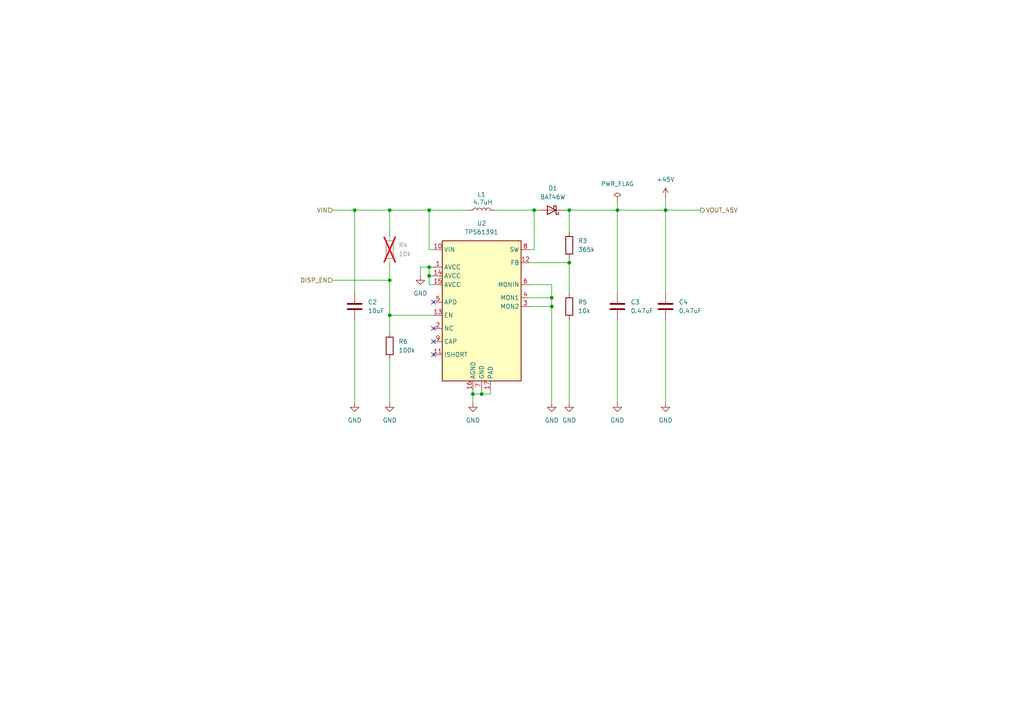
<source format=kicad_sch>
(kicad_sch (version 20231120) (generator "eeschema") (generator_version "8.0")
  (paper "A4")
  (lib_symbols
    (symbol "BoostBuck:TPS61391"
      (property "Reference" "U" (at -11.176 21.844 0))
      (property "Value" "TPS61391" (at 4.572 21.844 0))
      (symbol "TPS61391_0_1"
        (rectangle (start -11.43 20.32) (end 11.43 -20.32) (stroke (width 0.254)) (fill (type background)))
      )
      (symbol "TPS61391_1_1"
        (pin power_in line (at -13.97 12.7 0) (length 2.54) (name "AVCC") (number "1"))
        (pin power_in line (at -13.97 17.78 0) (length 2.54) (name "VIN") (number "10"))
        (pin input line (at -13.97 -12.7 0) (length 2.54) (name "ISHORT") (number "11"))
        (pin input line (at 13.97 13.97 180) (length 2.54) (name "FB") (number "12"))
        (pin input line (at -13.97 -1.27 0) (length 2.54) (name "EN") (number "13"))
        (pin power_in line (at -13.97 10.16 0) (length 2.54) (name "AVCC") (number "14"))
        (pin power_in line (at -13.97 7.62 0) (length 2.54) (name "AVCC") (number "15"))
        (pin power_in line (at -2.54 -22.86 90) (length 2.54) (name "AGND") (number "16"))
        (pin power_in line (at 2.54 -22.86 90) (length 2.54) (name "PAD") (number "17"))
        (pin free line (at -13.97 -5.08 0) (length 2.54) (name "NC") (number "2"))
        (pin input line (at 13.97 1.27 180) (length 2.54) (name "MON2") (number "3"))
        (pin input line (at 13.97 3.81 180) (length 2.54) (name "MON1") (number "4"))
        (pin input line (at -13.97 2.54 0) (length 2.54) (name "APD") (number "5"))
        (pin input line (at 13.97 7.62 180) (length 2.54) (name "MONIN") (number "6"))
        (pin power_in line (at 0 -22.86 90) (length 2.54) (name "GND") (number "7"))
        (pin input line (at 13.97 17.78 180) (length 2.54) (name "SW") (number "8"))
        (pin input line (at -13.97 -8.89 0) (length 2.54) (name "CAP") (number "9"))
      )
    )
    (symbol "Device:C" (pin_numbers hide) (pin_names (offset 0.254))
      (property "Reference" "C" (at 0.635 2.54 0))
      (property "Value" "C" (at 0.635 -2.54 0))
      (symbol "C_0_1"
        (polyline (pts (xy -2.032 -0.762) (xy 2.032 -0.762)) (stroke (width 0.508)))
        (polyline (pts (xy -2.032 0.762) (xy 2.032 0.762)) (stroke (width 0.508)))
      )
      (symbol "C_1_1"
        (pin passive line (at 0 3.81 270) (length 2.794) (name "~") (number "1"))
        (pin passive line (at 0 -3.81 90) (length 2.794) (name "~") (number "2"))
      )
    )
    (symbol "Device:D_Schottky" (pin_numbers hide) (pin_names (offset 1.016) hide)
      (property "Reference" "D" (at 0 2.54 0))
      (property "Value" "D_Schottky" (at 0 -2.54 0))
      (symbol "D_Schottky_0_1"
        (polyline (pts (xy 1.27 0) (xy -1.27 0)))
        (polyline (pts (xy 1.27 1.27) (xy 1.27 -1.27) (xy -1.27 0) (xy 1.27 1.27)) (stroke (width 0.254)))
        (polyline (pts (xy -1.905 0.635) (xy -1.905 1.27) (xy -1.27 1.27) (xy -1.27 -1.27) (xy -0.635 -1.27) (xy -0.635 -0.635)) (stroke (width 0.254)))
      )
      (symbol "D_Schottky_1_1"
        (pin passive line (at -3.81 0 0) (length 2.54) (name "K") (number "1"))
        (pin passive line (at 3.81 0 180) (length 2.54) (name "A") (number "2"))
      )
    )
    (symbol "Device:L" (pin_numbers hide) (pin_names (offset 1.016) hide)
      (property "Reference" "L" (at -1.27 0 90))
      (property "Value" "L" (at 1.905 0 90))
      (symbol "L_0_1"
        (arc (start 0 -2.54) (mid 0.6323 -1.905) (end 0 -1.27))
        (arc (start 0 -1.27) (mid 0.6323 -0.635) (end 0 0))
        (arc (start 0 0) (mid 0.6323 0.635) (end 0 1.27))
        (arc (start 0 1.27) (mid 0.6323 1.905) (end 0 2.54))
      )
      (symbol "L_1_1"
        (pin passive line (at 0 3.81 270) (length 1.27) (name "1") (number "1"))
        (pin passive line (at 0 -3.81 90) (length 1.27) (name "2") (number "2"))
      )
    )
    (symbol "Device:R" (pin_numbers hide) (pin_names (offset 0))
      (property "Reference" "R" (at 2.032 0 90))
      (property "Value" "R" (at 0 0 90))
      (symbol "R_0_1"
        (rectangle (start -1.016 -2.54) (end 1.016 2.54) (stroke (width 0.254)))
      )
      (symbol "R_1_1"
        (pin passive line (at 0 3.81 270) (length 1.27) (name "~") (number "1"))
        (pin passive line (at 0 -3.81 90) (length 1.27) (name "~") (number "2"))
      )
    )
    (symbol "power:+4V" (power) (pin_numbers hide) (pin_names (offset 0) hide)
      (property "Value" "+4V" (at 0 3.556 0))
      (symbol "+4V_0_1"
        (polyline (pts (xy -0.762 1.27) (xy 0 2.54)))
        (polyline (pts (xy 0 0) (xy 0 2.54)))
        (polyline (pts (xy 0 2.54) (xy 0.762 1.27)))
      )
      (symbol "+4V_1_1"
        (pin power_in line (at 0 0 90) (length 0) (name "~") (number "1"))
      )
    )
    (symbol "power:GND" (power) (pin_numbers hide) (pin_names (offset 0) hide)
      (property "Value" "GND" (at 0 -3.81 0))
      (symbol "GND_0_1"
        (polyline (pts (xy 0 0) (xy 0 -1.27) (xy 1.27 -1.27) (xy 0 -2.54) (xy -1.27 -1.27) (xy 0 -1.27)))
      )
      (symbol "GND_1_1"
        (pin power_in line (at 0 0 270) (length 0) (name "~") (number "1"))
      )
    )
    (symbol "power:PWR_FLAG" (power) (pin_numbers hide) (pin_names (offset 0) hide)
      (property "Value" "PWR_FLAG" (at 0 3.81 0))
      (symbol "PWR_FLAG_0_0"
        (pin power_out line (at 0 0 90) (length 0) (name "~") (number "1"))
      )
      (symbol "PWR_FLAG_0_1"
        (polyline (pts (xy 0 0) (xy 0 1.27) (xy -1.016 1.905) (xy 0 2.54) (xy 1.016 1.905) (xy 0 1.27)))
      )
    )
  )
  (junction (at 154.94 60.96))
  (junction (at 124.46 77.47))
  (junction (at 179.07 60.96))
  (junction (at 139.7 114.3))
  (junction (at 160.02 88.9))
  (junction (at 165.1 60.96))
  (junction (at 102.87 60.96))
  (junction (at 165.1 76.2))
  (junction (at 113.03 60.96))
  (junction (at 193.04 60.96))
  (junction (at 113.03 91.44))
  (junction (at 137.16 114.3))
  (junction (at 124.46 80.01))
  (junction (at 160.02 86.36))
  (junction (at 124.46 60.96))
  (junction (at 113.03 81.28))
  (no_connect (at 125.73 99.06))
  (no_connect (at 125.73 95.25))
  (no_connect (at 125.73 87.63))
  (no_connect (at 125.73 102.87))
  (wire (pts (xy 179.07 60.96) (xy 193.04 60.96)))
  (wire (pts (xy 124.46 80.01) (xy 125.73 80.01)))
  (wire (pts (xy 135.89 60.96) (xy 124.46 60.96)))
  (wire (pts (xy 160.02 86.36) (xy 160.02 88.9)))
  (wire (pts (xy 113.03 91.44) (xy 125.73 91.44)))
  (wire (pts (xy 142.24 113.03) (xy 142.24 114.3)))
  (wire (pts (xy 96.52 60.96) (xy 102.87 60.96)))
  (wire (pts (xy 137.16 114.3) (xy 137.16 113.03)))
  (wire (pts (xy 113.03 60.96) (xy 113.03 68.58)))
  (wire (pts (xy 102.87 92.71) (xy 102.87 116.84)))
  (wire (pts (xy 137.16 114.3) (xy 137.16 116.84)))
  (wire (pts (xy 139.7 113.03) (xy 139.7 114.3)))
  (wire (pts (xy 153.67 76.2) (xy 165.1 76.2)))
  (wire (pts (xy 102.87 60.96) (xy 113.03 60.96)))
  (wire (pts (xy 125.73 72.39) (xy 124.46 72.39)))
  (wire (pts (xy 96.52 81.28) (xy 113.03 81.28)))
  (wire (pts (xy 139.7 114.3) (xy 137.16 114.3)))
  (wire (pts (xy 165.1 67.31) (xy 165.1 60.96)))
  (wire (pts (xy 160.02 116.84) (xy 160.02 88.9)))
  (wire (pts (xy 143.51 60.96) (xy 154.94 60.96)))
  (wire (pts (xy 153.67 72.39) (xy 154.94 72.39)))
  (wire (pts (xy 165.1 60.96) (xy 179.07 60.96)))
  (wire (pts (xy 193.04 92.71) (xy 193.04 116.84)))
  (wire (pts (xy 113.03 81.28) (xy 113.03 91.44)))
  (wire (pts (xy 153.67 82.55) (xy 160.02 82.55)))
  (wire (pts (xy 193.04 60.96) (xy 193.04 85.09)))
  (wire (pts (xy 179.07 58.42) (xy 179.07 60.96)))
  (wire (pts (xy 160.02 88.9) (xy 153.67 88.9)))
  (wire (pts (xy 124.46 80.01) (xy 124.46 82.55)))
  (wire (pts (xy 113.03 60.96) (xy 124.46 60.96)))
  (wire (pts (xy 153.67 86.36) (xy 160.02 86.36)))
  (wire (pts (xy 163.83 60.96) (xy 165.1 60.96)))
  (wire (pts (xy 125.73 77.47) (xy 124.46 77.47)))
  (wire (pts (xy 193.04 57.15) (xy 193.04 60.96)))
  (wire (pts (xy 121.92 77.47) (xy 121.92 80.01)))
  (wire (pts (xy 179.07 92.71) (xy 179.07 116.84)))
  (wire (pts (xy 165.1 92.71) (xy 165.1 116.84)))
  (wire (pts (xy 113.03 104.14) (xy 113.03 116.84)))
  (wire (pts (xy 124.46 82.55) (xy 125.73 82.55)))
  (wire (pts (xy 154.94 60.96) (xy 156.21 60.96)))
  (wire (pts (xy 124.46 72.39) (xy 124.46 60.96)))
  (wire (pts (xy 165.1 76.2) (xy 165.1 85.09)))
  (wire (pts (xy 121.92 77.47) (xy 124.46 77.47)))
  (wire (pts (xy 165.1 76.2) (xy 165.1 74.93)))
  (wire (pts (xy 160.02 82.55) (xy 160.02 86.36)))
  (wire (pts (xy 113.03 76.2) (xy 113.03 81.28)))
  (wire (pts (xy 124.46 77.47) (xy 124.46 80.01)))
  (wire (pts (xy 179.07 60.96) (xy 179.07 85.09)))
  (wire (pts (xy 102.87 60.96) (xy 102.87 85.09)))
  (wire (pts (xy 154.94 60.96) (xy 154.94 72.39)))
  (wire (pts (xy 193.04 60.96) (xy 203.2 60.96)))
  (wire (pts (xy 142.24 114.3) (xy 139.7 114.3)))
  (wire (pts (xy 113.03 91.44) (xy 113.03 96.52)))
  (hierarchical_label "VIN" (shape input) (at 96.52 60.96 180))
  (hierarchical_label "VOUT_45V" (shape output) (at 203.2 60.96 0))
  (hierarchical_label "DISP_EN" (shape input) (at 96.52 81.28 180))
  (symbol (lib_id "Device:R") (at 113.03 72.39 0) (unit 1) (in_bom no) (dnp yes)
    (property "Reference" "R4" (at 115.57 71.1199 0) (effects (justify left)))
    (property "Value" "10k" (at 115.57 73.6599 0) (effects (justify left)))
    (property "Footprint" "Resistor_SMD:R_0603_1608Metric" (effects (hide yes)))
    (property "Description" "Resistor" (effects (hide yes)))
  )
  (symbol (lib_id "power:GND") (at 113.03 116.84 0) (unit 1)
    (property "Reference" "#PWR010" (effects (hide yes)))
    (property "Value" "GND" (at 113.03 121.92 0))
    (property "Description" "Power symbol creates a global label with name \"GND\" , ground" (effects (hide yes)))
  )
  (symbol (lib_id "Device:C") (at 179.07 88.9 0) (unit 1)
    (property "Reference" "C3" (at 182.88 87.6299 0) (effects (justify left)))
    (property "Value" "0.47uF" (at 182.88 90.1699 0) (effects (justify left)))
    (property "Footprint" "Capacitor_SMD:C_0603_1608Metric" (effects (hide yes)))
    (property "Description" "Unpolarized capacitor" (effects (hide yes)))
    (property "Voltage" "50V" (effects (hide yes)))
  )
  (symbol (lib_id "Device:C") (at 193.04 88.9 0) (unit 1)
    (property "Reference" "C4" (at 196.85 87.6299 0) (effects (justify left)))
    (property "Value" "0.47uF" (at 196.85 90.1699 0) (effects (justify left)))
    (property "Footprint" "Capacitor_SMD:C_0603_1608Metric" (effects (hide yes)))
    (property "Description" "Unpolarized capacitor" (effects (hide yes)))
    (property "Voltage" "50V" (effects (hide yes)))
  )
  (symbol (lib_id "BoostBuck:TPS61391") (at 139.7 90.17 0) (unit 1)
    (property "Reference" "U2" (at 139.7 64.77 0))
    (property "Value" "TPS61391" (at 139.7 67.31 0))
    (property "Footprint" "Package_DFN_QFN:WQFN-16-1EP_3x3mm_P0.5mm_EP1.6x1.6mm_ThermalVias" (effects (hide yes)))
    (property "Datasheet" "https://www.ti.com/lit/gpn/tps61391" (effects (hide yes)))
    (property "Description" "85-VOUT Boost Converter with Current Mirror Integrated" (effects (hide yes)))
  )
  (symbol (lib_id "power:GND") (at 160.02 116.84 0) (unit 1)
    (property "Reference" "#PWR012" (effects (hide yes)))
    (property "Value" "GND" (at 160.02 121.92 0))
    (property "Description" "Power symbol creates a global label with name \"GND\" , ground" (effects (hide yes)))
  )
  (symbol (lib_id "power:GND") (at 102.87 116.84 0) (unit 1)
    (property "Reference" "#PWR09" (effects (hide yes)))
    (property "Value" "GND" (at 102.87 121.92 0))
    (property "Description" "Power symbol creates a global label with name \"GND\" , ground" (effects (hide yes)))
  )
  (symbol (lib_id "Device:R") (at 165.1 88.9 0) (unit 1)
    (property "Reference" "R5" (at 167.64 87.6299 0) (effects (justify left)))
    (property "Value" "10k" (at 167.64 90.1699 0) (effects (justify left)))
    (property "Footprint" "Resistor_SMD:R_0603_1608Metric" (effects (hide yes)))
    (property "Description" "Resistor" (effects (hide yes)))
  )
  (symbol (lib_id "power:GND") (at 165.1 116.84 0) (unit 1)
    (property "Reference" "#PWR013" (effects (hide yes)))
    (property "Value" "GND" (at 165.1 121.92 0))
    (property "Description" "Power symbol creates a global label with name \"GND\" , ground" (effects (hide yes)))
  )
  (symbol (lib_id "power:GND") (at 137.16 116.84 0) (unit 1)
    (property "Reference" "#PWR011" (effects (hide yes)))
    (property "Value" "GND" (at 137.16 121.92 0))
    (property "Description" "Power symbol creates a global label with name \"GND\" , ground" (effects (hide yes)))
  )
  (symbol (lib_id "power:GND") (at 193.04 116.84 0) (unit 1)
    (property "Reference" "#PWR015" (effects (hide yes)))
    (property "Value" "GND" (at 193.04 121.92 0))
    (property "Description" "Power symbol creates a global label with name \"GND\" , ground" (effects (hide yes)))
  )
  (symbol (lib_id "Device:R") (at 113.03 100.33 0) (unit 1)
    (property "Reference" "R6" (at 115.57 99.0599 0) (effects (justify left)))
    (property "Value" "100k" (at 115.57 101.5999 0) (effects (justify left)))
    (property "Footprint" "Resistor_SMD:R_0603_1608Metric" (effects (hide yes)))
    (property "Description" "Resistor" (effects (hide yes)))
  )
  (symbol (lib_id "Device:L") (at 139.7 60.96 90) (unit 1)
    (property "Reference" "L1" (at 138.43 56.388 90) (effects (justify right)))
    (property "Value" "4.7uH" (at 137.16 58.674 90) (effects (justify right)))
    (property "Footprint" "Inductor_SMD:L_Vishay_IHLP-1616" (effects (hide yes)))
    (property "Description" "Inductor" (effects (hide yes)))
  )
  (symbol (lib_id "power:GND") (at 121.92 80.01 0) (unit 1)
    (property "Reference" "#PWR08" (effects (hide yes)))
    (property "Value" "GND" (at 121.92 85.09 0))
    (property "Description" "Power symbol creates a global label with name \"GND\" , ground" (effects (hide yes)))
  )
  (symbol (lib_id "power:PWR_FLAG") (at 179.07 58.42 0) (unit 1)
    (property "Reference" "#FLG01" (effects (hide yes)))
    (property "Value" "PWR_FLAG" (at 179.07 53.34 0))
    (property "Description" "Special symbol for telling ERC where power comes from" (effects (hide yes)))
  )
  (symbol (lib_id "power:+4V") (at 193.04 57.15 0) (unit 1)
    (property "Reference" "#PWR07" (effects (hide yes)))
    (property "Value" "+45V" (at 193.04 52.07 0))
  )
  (symbol (lib_id "Device:D_Schottky") (at 160.02 60.96 180) (unit 1)
    (property "Reference" "D1" (at 160.3375 54.61 0))
    (property "Value" "BAT46W" (at 160.3375 57.15 0))
    (property "Footprint" "Diode_SMD:D_SOD-123F" (effects (hide yes)))
    (property "Description" "Schottky diode" (effects (hide yes)))
  )
  (symbol (lib_id "Device:R") (at 165.1 71.12 0) (unit 1)
    (property "Reference" "R3" (at 167.64 69.8499 0) (effects (justify left)))
    (property "Value" "365k" (at 167.64 72.3899 0) (effects (justify left)))
    (property "Footprint" "Resistor_SMD:R_0603_1608Metric" (effects (hide yes)))
    (property "Description" "Resistor" (effects (hide yes)))
  )
  (symbol (lib_id "Device:C") (at 102.87 88.9 0) (unit 1)
    (property "Reference" "C2" (at 106.68 87.6299 0) (effects (justify left)))
    (property "Value" "10uF" (at 106.68 90.1699 0) (effects (justify left)))
    (property "Footprint" "Capacitor_SMD:C_0603_1608Metric" (effects (hide yes)))
    (property "Description" "Unpolarized capacitor" (effects (hide yes)))
    (property "Voltage" "10V" (effects (hide yes)))
  )
  (symbol (lib_id "power:GND") (at 179.07 116.84 0) (unit 1)
    (property "Reference" "#PWR014" (effects (hide yes)))
    (property "Value" "GND" (at 179.07 121.92 0))
    (property "Description" "Power symbol creates a global label with name \"GND\" , ground" (effects (hide yes)))
  )
)
</source>
